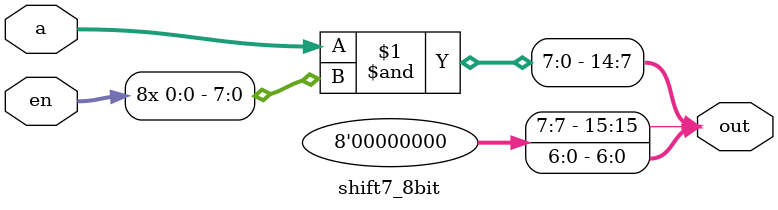
<source format=v>
module shift7_8bit(
	input [7:0] a,
	input en,
	output [15:0] out
);

assign out[15] = 1'b0;
assign out[14:7] = a&{8{en}};
assign out[6:0] = 7'b0;

endmodule

</source>
